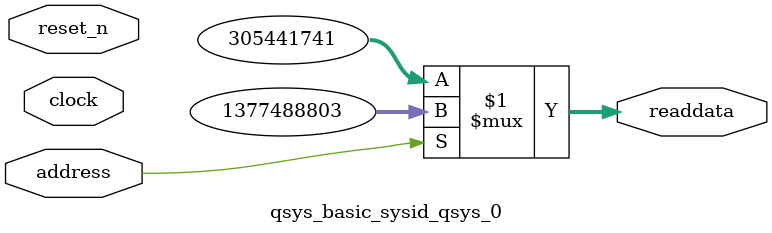
<source format=v>

`timescale 1ns / 1ps
// synthesis translate_on

// turn off superfluous verilog processor warnings 
// altera message_level Level1 
// altera message_off 10034 10035 10036 10037 10230 10240 10030 

module qsys_basic_sysid_qsys_0 (
               // inputs:
                address,
                clock,
                reset_n,

               // outputs:
                readdata
             )
;

  output  [ 31: 0] readdata;
  input            address;
  input            clock;
  input            reset_n;

  wire    [ 31: 0] readdata;
  //control_slave, which is an e_avalon_slave
  assign readdata = address ? 1377488803 : 305441741;

endmodule




</source>
